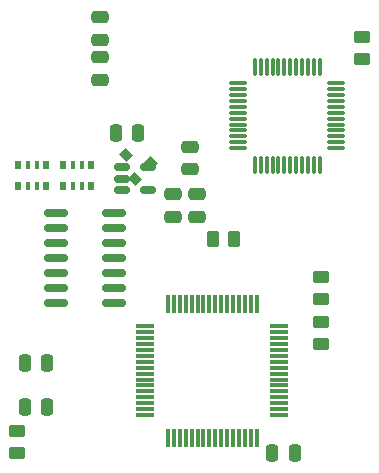
<source format=gtp>
G04 #@! TF.GenerationSoftware,KiCad,Pcbnew,6.0.8-f2edbf62ab~116~ubuntu22.04.1*
G04 #@! TF.CreationDate,2022-10-13T10:44:28+02:00*
G04 #@! TF.ProjectId,Floppy emulator with OSD,466c6f70-7079-4206-956d-756c61746f72,0.2*
G04 #@! TF.SameCoordinates,Original*
G04 #@! TF.FileFunction,Paste,Top*
G04 #@! TF.FilePolarity,Positive*
%FSLAX46Y46*%
G04 Gerber Fmt 4.6, Leading zero omitted, Abs format (unit mm)*
G04 Created by KiCad (PCBNEW 6.0.8-f2edbf62ab~116~ubuntu22.04.1) date 2022-10-13 10:44:28*
%MOMM*%
%LPD*%
G01*
G04 APERTURE LIST*
G04 Aperture macros list*
%AMRoundRect*
0 Rectangle with rounded corners*
0 $1 Rounding radius*
0 $2 $3 $4 $5 $6 $7 $8 $9 X,Y pos of 4 corners*
0 Add a 4 corners polygon primitive as box body*
4,1,4,$2,$3,$4,$5,$6,$7,$8,$9,$2,$3,0*
0 Add four circle primitives for the rounded corners*
1,1,$1+$1,$2,$3*
1,1,$1+$1,$4,$5*
1,1,$1+$1,$6,$7*
1,1,$1+$1,$8,$9*
0 Add four rect primitives between the rounded corners*
20,1,$1+$1,$2,$3,$4,$5,0*
20,1,$1+$1,$4,$5,$6,$7,0*
20,1,$1+$1,$6,$7,$8,$9,0*
20,1,$1+$1,$8,$9,$2,$3,0*%
%AMRotRect*
0 Rectangle, with rotation*
0 The origin of the aperture is its center*
0 $1 length*
0 $2 width*
0 $3 Rotation angle, in degrees counterclockwise*
0 Add horizontal line*
21,1,$1,$2,0,0,$3*%
G04 Aperture macros list end*
%ADD10RoundRect,0.250000X-0.250000X-0.475000X0.250000X-0.475000X0.250000X0.475000X-0.250000X0.475000X0*%
%ADD11RoundRect,0.250000X0.475000X-0.250000X0.475000X0.250000X-0.475000X0.250000X-0.475000X-0.250000X0*%
%ADD12RoundRect,0.250000X0.250000X0.475000X-0.250000X0.475000X-0.250000X-0.475000X0.250000X-0.475000X0*%
%ADD13RoundRect,0.250000X-0.475000X0.250000X-0.475000X-0.250000X0.475000X-0.250000X0.475000X0.250000X0*%
%ADD14RoundRect,0.250000X0.262500X0.450000X-0.262500X0.450000X-0.262500X-0.450000X0.262500X-0.450000X0*%
%ADD15R,0.500000X0.800000*%
%ADD16R,0.400000X0.800000*%
%ADD17RoundRect,0.075000X-0.700000X-0.075000X0.700000X-0.075000X0.700000X0.075000X-0.700000X0.075000X0*%
%ADD18RoundRect,0.075000X-0.075000X-0.700000X0.075000X-0.700000X0.075000X0.700000X-0.075000X0.700000X0*%
%ADD19RoundRect,0.150000X-0.512500X-0.150000X0.512500X-0.150000X0.512500X0.150000X-0.512500X0.150000X0*%
%ADD20RoundRect,0.075000X-0.662500X-0.075000X0.662500X-0.075000X0.662500X0.075000X-0.662500X0.075000X0*%
%ADD21RoundRect,0.075000X-0.075000X-0.662500X0.075000X-0.662500X0.075000X0.662500X-0.075000X0.662500X0*%
%ADD22RoundRect,0.150000X-0.825000X-0.150000X0.825000X-0.150000X0.825000X0.150000X-0.825000X0.150000X0*%
%ADD23RoundRect,0.250000X-0.450000X0.262500X-0.450000X-0.262500X0.450000X-0.262500X0.450000X0.262500X0*%
%ADD24RoundRect,0.250000X0.450000X-0.262500X0.450000X0.262500X-0.450000X0.262500X-0.450000X-0.262500X0*%
%ADD25RotRect,0.900000X0.800000X135.000000*%
G04 APERTURE END LIST*
D10*
X108651000Y-120205500D03*
X110551000Y-120205500D03*
D11*
X114935000Y-123266000D03*
X114935000Y-121366000D03*
D12*
X102852500Y-139700000D03*
X100952500Y-139700000D03*
D13*
X113474500Y-125415000D03*
X113474500Y-127315000D03*
D14*
X118705000Y-129159000D03*
X116880000Y-129159000D03*
D15*
X100400000Y-124725000D03*
D16*
X101200000Y-124725000D03*
X102000000Y-124725000D03*
D15*
X102800000Y-124725000D03*
X102800000Y-122925000D03*
D16*
X102000000Y-122925000D03*
X101200000Y-122925000D03*
D15*
X100400000Y-122925000D03*
X104210000Y-124725000D03*
D16*
X105010000Y-124725000D03*
X105810000Y-124725000D03*
D15*
X106610000Y-124725000D03*
X106610000Y-122925000D03*
D16*
X105810000Y-122925000D03*
X105010000Y-122925000D03*
D15*
X104210000Y-122925000D03*
D17*
X111165000Y-136585000D03*
X111165000Y-137085000D03*
X111165000Y-137585000D03*
X111165000Y-138085000D03*
X111165000Y-138585000D03*
X111165000Y-139085000D03*
X111165000Y-139585000D03*
X111165000Y-140085000D03*
X111165000Y-140585000D03*
X111165000Y-141085000D03*
X111165000Y-141585000D03*
X111165000Y-142085000D03*
X111165000Y-142585000D03*
X111165000Y-143085000D03*
X111165000Y-143585000D03*
X111165000Y-144085000D03*
D18*
X113090000Y-146010000D03*
X113590000Y-146010000D03*
X114090000Y-146010000D03*
X114590000Y-146010000D03*
X115090000Y-146010000D03*
X115590000Y-146010000D03*
X116090000Y-146010000D03*
X116590000Y-146010000D03*
X117090000Y-146010000D03*
X117590000Y-146010000D03*
X118090000Y-146010000D03*
X118590000Y-146010000D03*
X119090000Y-146010000D03*
X119590000Y-146010000D03*
X120090000Y-146010000D03*
X120590000Y-146010000D03*
D17*
X122515000Y-144085000D03*
X122515000Y-143585000D03*
X122515000Y-143085000D03*
X122515000Y-142585000D03*
X122515000Y-142085000D03*
X122515000Y-141585000D03*
X122515000Y-141085000D03*
X122515000Y-140585000D03*
X122515000Y-140085000D03*
X122515000Y-139585000D03*
X122515000Y-139085000D03*
X122515000Y-138585000D03*
X122515000Y-138085000D03*
X122515000Y-137585000D03*
X122515000Y-137085000D03*
X122515000Y-136585000D03*
D18*
X120590000Y-134660000D03*
X120090000Y-134660000D03*
X119590000Y-134660000D03*
X119090000Y-134660000D03*
X118590000Y-134660000D03*
X118090000Y-134660000D03*
X117590000Y-134660000D03*
X117090000Y-134660000D03*
X116590000Y-134660000D03*
X116090000Y-134660000D03*
X115590000Y-134660000D03*
X115090000Y-134660000D03*
X114590000Y-134660000D03*
X114090000Y-134660000D03*
X113590000Y-134660000D03*
X113090000Y-134660000D03*
D19*
X109162000Y-123129000D03*
X109162000Y-124079000D03*
X109162000Y-125029000D03*
X111437000Y-125029000D03*
X111437000Y-123129000D03*
D20*
X119027500Y-115995000D03*
X119027500Y-116495000D03*
X119027500Y-116995000D03*
X119027500Y-117495000D03*
X119027500Y-117995000D03*
X119027500Y-118495000D03*
X119027500Y-118995000D03*
X119027500Y-119495000D03*
X119027500Y-119995000D03*
X119027500Y-120495000D03*
X119027500Y-120995000D03*
X119027500Y-121495000D03*
D21*
X120440000Y-122907500D03*
X120940000Y-122907500D03*
X121440000Y-122907500D03*
X121940000Y-122907500D03*
X122440000Y-122907500D03*
X122940000Y-122907500D03*
X123440000Y-122907500D03*
X123940000Y-122907500D03*
X124440000Y-122907500D03*
X124940000Y-122907500D03*
X125440000Y-122907500D03*
X125940000Y-122907500D03*
D20*
X127352500Y-121495000D03*
X127352500Y-120995000D03*
X127352500Y-120495000D03*
X127352500Y-119995000D03*
X127352500Y-119495000D03*
X127352500Y-118995000D03*
X127352500Y-118495000D03*
X127352500Y-117995000D03*
X127352500Y-117495000D03*
X127352500Y-116995000D03*
X127352500Y-116495000D03*
X127352500Y-115995000D03*
D21*
X125940000Y-114582500D03*
X125440000Y-114582500D03*
X124940000Y-114582500D03*
X124440000Y-114582500D03*
X123940000Y-114582500D03*
X123440000Y-114582500D03*
X122940000Y-114582500D03*
X122440000Y-114582500D03*
X121940000Y-114582500D03*
X121440000Y-114582500D03*
X120940000Y-114582500D03*
X120440000Y-114582500D03*
D22*
X103570000Y-127000000D03*
X103570000Y-128270000D03*
X103570000Y-129540000D03*
X103570000Y-130810000D03*
X103570000Y-132080000D03*
X103570000Y-133350000D03*
X103570000Y-134620000D03*
X108520000Y-134620000D03*
X108520000Y-133350000D03*
X108520000Y-132080000D03*
X108520000Y-130810000D03*
X108520000Y-129540000D03*
X108520000Y-128270000D03*
X108520000Y-127000000D03*
D12*
X102852500Y-143383000D03*
X100952500Y-143383000D03*
D23*
X126047500Y-132437500D03*
X126047500Y-134262500D03*
D24*
X100330000Y-147280000D03*
X100330000Y-145455000D03*
D11*
X107315000Y-115694500D03*
X107315000Y-113794500D03*
D23*
X126047500Y-136247500D03*
X126047500Y-138072500D03*
D13*
X107315000Y-110399000D03*
X107315000Y-112299000D03*
X115570000Y-125415000D03*
X115570000Y-127315000D03*
D24*
X129540000Y-113942500D03*
X129540000Y-112117500D03*
D12*
X123825000Y-147320000D03*
X121925000Y-147320000D03*
D25*
X110271355Y-124124358D03*
X111614858Y-122780855D03*
X109528893Y-122038393D03*
M02*

</source>
